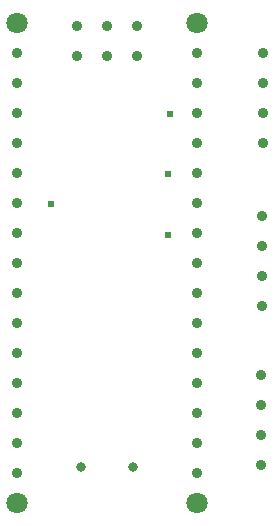
<source format=gbr>
G04 DesignSpark PCB Gerber Version 11.0 Build 5877*
G04 #@! TF.Part,Single*
G04 #@! TF.FilePolarity,Positive*
%FSLAX35Y35*%
%MOIN*%
G04 #@! TA.AperFunction,ViaDrill*
%ADD79C,0.02400*%
G04 #@! TA.AperFunction,ComponentDrill*
%ADD73C,0.03200*%
%ADD81C,0.03500*%
%ADD82C,0.03543*%
%ADD80C,0.03600*%
%ADD74C,0.07087*%
G04 #@! TD.AperFunction*
X0Y0D02*
D02*
D73*
X30742Y23833D03*
X48065D03*
D02*
D74*
X9402Y11900D03*
Y171900D03*
X69402Y11900D03*
Y171900D03*
D02*
D79*
X20679Y111382D03*
X59655Y101283D03*
Y121382D03*
X60443Y141441D03*
D02*
D80*
X9416Y21938D03*
Y31938D03*
Y41938D03*
Y51938D03*
Y61938D03*
Y71938D03*
Y81938D03*
Y91938D03*
Y101938D03*
Y111938D03*
Y121938D03*
Y131938D03*
Y141938D03*
Y151938D03*
Y161938D03*
X29202Y160750D03*
Y170750D03*
X39202Y160750D03*
Y170750D03*
X49202Y160750D03*
X69402Y21900D03*
Y31900D03*
Y41900D03*
Y51900D03*
Y61900D03*
Y71900D03*
Y81900D03*
Y91900D03*
Y101900D03*
Y111900D03*
Y121900D03*
Y131900D03*
Y141900D03*
Y151900D03*
Y161900D03*
D02*
D81*
X90757Y24433D03*
Y34433D03*
Y44433D03*
Y54433D03*
X91141Y77583D03*
Y87583D03*
Y97583D03*
Y107583D03*
X91466Y131933D03*
Y141933D03*
Y151933D03*
Y161933D03*
D02*
D82*
X49202Y170750D03*
X0Y0D02*
M02*

</source>
